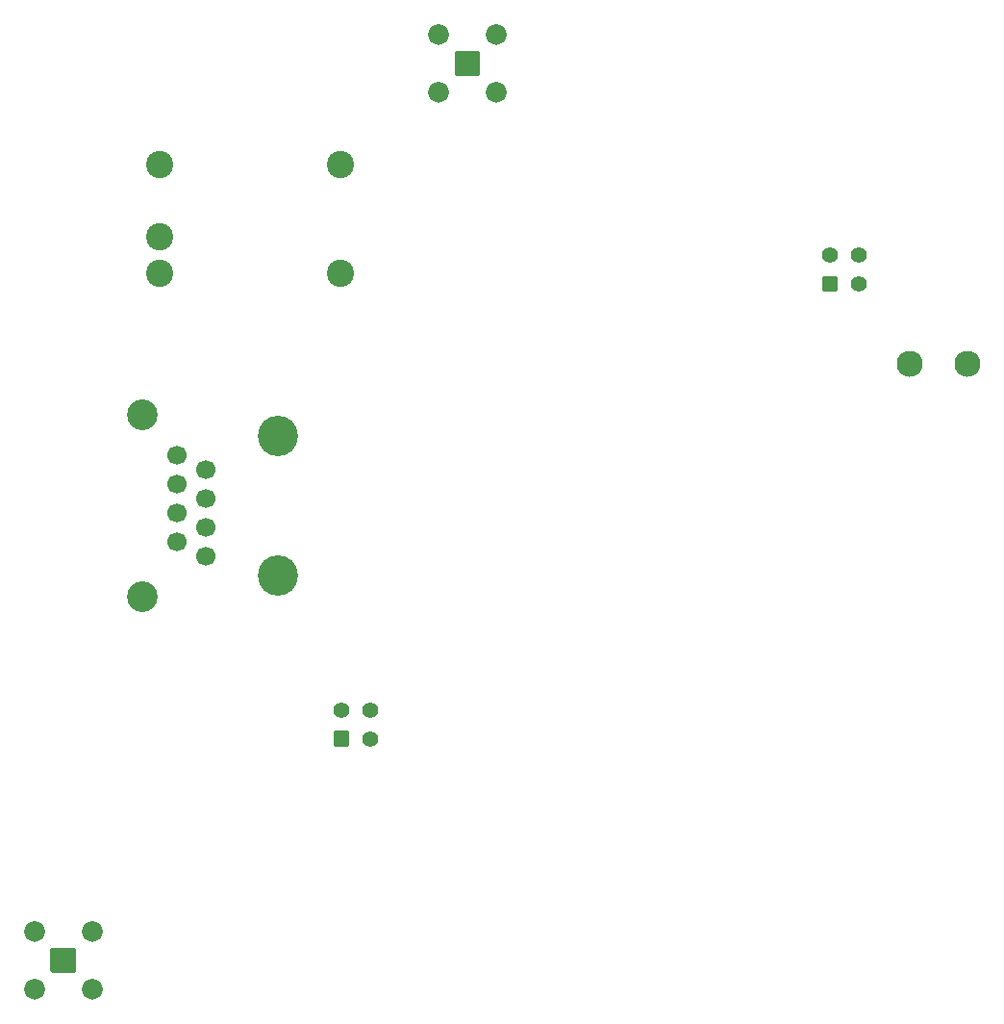
<source format=gbs>
%TF.GenerationSoftware,KiCad,Pcbnew,(5.1.10)-1*%
%TF.CreationDate,2021-10-14T01:54:17+08:00*%
%TF.ProjectId,cc1310,63633133-3130-42e6-9b69-6361645f7063,rev?*%
%TF.SameCoordinates,Original*%
%TF.FileFunction,Soldermask,Bot*%
%TF.FilePolarity,Negative*%
%FSLAX46Y46*%
G04 Gerber Fmt 4.6, Leading zero omitted, Abs format (unit mm)*
G04 Created by KiCad (PCBNEW (5.1.10)-1) date 2021-10-14 01:54:17*
%MOMM*%
%LPD*%
G01*
G04 APERTURE LIST*
%ADD10C,2.400000*%
%ADD11C,1.400000*%
%ADD12C,3.550000*%
%ADD13C,2.700000*%
%ADD14C,1.700000*%
%ADD15C,2.300000*%
%ADD16C,1.830000*%
G04 APERTURE END LIST*
D10*
%TO.C,PS1*%
X137400000Y-46820000D03*
X137400000Y-56350000D03*
X121520000Y-56350000D03*
X121520000Y-53170000D03*
X121520000Y-46820000D03*
%TD*%
D11*
%TO.C,J5*%
X140040000Y-94760000D03*
X140040000Y-97300000D03*
X137500000Y-94760000D03*
G36*
G01*
X136800000Y-97850000D02*
X136800000Y-96750000D01*
G75*
G02*
X136950000Y-96600000I150000J0D01*
G01*
X138050000Y-96600000D01*
G75*
G02*
X138200000Y-96750000I0J-150000D01*
G01*
X138200000Y-97850000D01*
G75*
G02*
X138050000Y-98000000I-150000J0D01*
G01*
X136950000Y-98000000D01*
G75*
G02*
X136800000Y-97850000I0J150000D01*
G01*
G37*
%TD*%
%TO.C,J4*%
X183040000Y-54760000D03*
X183040000Y-57300000D03*
X180500000Y-54760000D03*
G36*
G01*
X179800000Y-57850000D02*
X179800000Y-56750000D01*
G75*
G02*
X179950000Y-56600000I150000J0D01*
G01*
X181050000Y-56600000D01*
G75*
G02*
X181200000Y-56750000I0J-150000D01*
G01*
X181200000Y-57850000D01*
G75*
G02*
X181050000Y-58000000I-150000J0D01*
G01*
X179950000Y-58000000D01*
G75*
G02*
X179800000Y-57850000I0J150000D01*
G01*
G37*
%TD*%
D12*
%TO.C,J1*%
X131900000Y-82950000D03*
X131900000Y-70650000D03*
D13*
X120000000Y-68775000D03*
X120000000Y-84825000D03*
D14*
X125550000Y-81245000D03*
X123010000Y-79975000D03*
X125550000Y-78705000D03*
X123010000Y-77435000D03*
X125550000Y-76165000D03*
X123010000Y-74895000D03*
X125550000Y-73625000D03*
X123010000Y-72355000D03*
%TD*%
D15*
%TO.C,FB1*%
X187500000Y-64300000D03*
X192580000Y-64300000D03*
%TD*%
D16*
%TO.C,AE2*%
X115540000Y-114260000D03*
X115540000Y-119340000D03*
X110460000Y-119340000D03*
X110460000Y-114260000D03*
G36*
G01*
X111882500Y-117767500D02*
X111882500Y-115832500D01*
G75*
G02*
X112032500Y-115682500I150000J0D01*
G01*
X113967500Y-115682500D01*
G75*
G02*
X114117500Y-115832500I0J-150000D01*
G01*
X114117500Y-117767500D01*
G75*
G02*
X113967500Y-117917500I-150000J0D01*
G01*
X112032500Y-117917500D01*
G75*
G02*
X111882500Y-117767500I0J150000D01*
G01*
G37*
%TD*%
%TO.C,AE1*%
X151140000Y-35360000D03*
X151140000Y-40440000D03*
X146060000Y-40440000D03*
X146060000Y-35360000D03*
G36*
G01*
X147482500Y-38867500D02*
X147482500Y-36932500D01*
G75*
G02*
X147632500Y-36782500I150000J0D01*
G01*
X149567500Y-36782500D01*
G75*
G02*
X149717500Y-36932500I0J-150000D01*
G01*
X149717500Y-38867500D01*
G75*
G02*
X149567500Y-39017500I-150000J0D01*
G01*
X147632500Y-39017500D01*
G75*
G02*
X147482500Y-38867500I0J150000D01*
G01*
G37*
%TD*%
M02*

</source>
